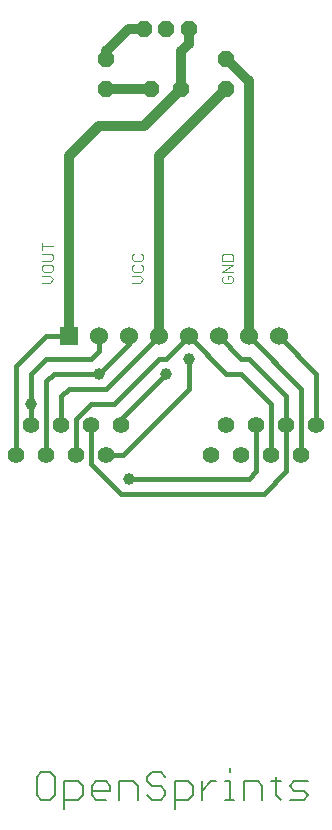
<source format=gtl>
G75*
G70*
%OFA0B0*%
%FSLAX24Y24*%
%IPPOS*%
%LPD*%
%AMOC8*
5,1,8,0,0,1.08239X$1,22.5*
%
%ADD10C,0.0080*%
%ADD11C,0.0030*%
%ADD12OC8,0.0520*%
%ADD13C,0.0550*%
%ADD14OC8,0.0554*%
%ADD15R,0.0600X0.0600*%
%ADD16C,0.0600*%
%ADD17C,0.0160*%
%ADD18C,0.0396*%
%ADD19C,0.0320*%
D10*
X003634Y005721D02*
X003481Y005875D01*
X003481Y006489D01*
X003634Y006642D01*
X003941Y006642D01*
X004095Y006489D01*
X004095Y005875D01*
X003941Y005721D01*
X003634Y005721D01*
X004402Y005721D02*
X004862Y005721D01*
X005015Y005875D01*
X005015Y006182D01*
X004862Y006335D01*
X004402Y006335D01*
X004402Y005415D01*
X005322Y005875D02*
X005322Y006182D01*
X005476Y006335D01*
X005783Y006335D01*
X005936Y006182D01*
X005936Y006028D01*
X005322Y006028D01*
X005322Y005875D02*
X005476Y005721D01*
X005783Y005721D01*
X006243Y005721D02*
X006243Y006335D01*
X006703Y006335D01*
X006857Y006182D01*
X006857Y005721D01*
X007164Y005875D02*
X007317Y005721D01*
X007624Y005721D01*
X007778Y005875D01*
X007778Y006028D01*
X007624Y006182D01*
X007317Y006182D01*
X007164Y006335D01*
X007164Y006489D01*
X007317Y006642D01*
X007624Y006642D01*
X007778Y006489D01*
X008085Y006335D02*
X008545Y006335D01*
X008698Y006182D01*
X008698Y005875D01*
X008545Y005721D01*
X008085Y005721D01*
X008085Y005415D02*
X008085Y006335D01*
X009005Y006335D02*
X009005Y005721D01*
X009005Y006028D02*
X009312Y006335D01*
X009466Y006335D01*
X009773Y006335D02*
X009926Y006335D01*
X009926Y005721D01*
X009773Y005721D02*
X010079Y005721D01*
X010386Y005721D02*
X010386Y006335D01*
X010847Y006335D01*
X011000Y006182D01*
X011000Y005721D01*
X011307Y006335D02*
X011614Y006335D01*
X011461Y006489D02*
X011461Y005875D01*
X011614Y005721D01*
X011921Y005721D02*
X012381Y005721D01*
X012535Y005875D01*
X012381Y006028D01*
X012074Y006028D01*
X011921Y006182D01*
X012074Y006335D01*
X012535Y006335D01*
X009926Y006642D02*
X009926Y006796D01*
D11*
X009975Y022946D02*
X009729Y022946D01*
X009667Y023008D01*
X009667Y023132D01*
X009729Y023193D01*
X009852Y023193D02*
X009852Y023070D01*
X009852Y023193D02*
X009975Y023193D01*
X010037Y023132D01*
X010037Y023008D01*
X009975Y022946D01*
X010037Y023315D02*
X009667Y023315D01*
X010037Y023562D01*
X009667Y023562D01*
X009667Y023683D02*
X009667Y023868D01*
X009729Y023930D01*
X009975Y023930D01*
X010037Y023868D01*
X010037Y023683D01*
X009667Y023683D01*
X007037Y023745D02*
X007037Y023868D01*
X006975Y023930D01*
X007037Y023745D02*
X006975Y023683D01*
X006729Y023683D01*
X006667Y023745D01*
X006667Y023868D01*
X006729Y023930D01*
X006729Y023562D02*
X006667Y023500D01*
X006667Y023376D01*
X006729Y023315D01*
X006975Y023315D01*
X007037Y023376D01*
X007037Y023500D01*
X006975Y023562D01*
X006914Y023193D02*
X006667Y023193D01*
X006667Y022946D02*
X006914Y022946D01*
X007037Y023070D01*
X006914Y023193D01*
X004037Y023070D02*
X003914Y023193D01*
X003667Y023193D01*
X003729Y023315D02*
X003975Y023315D01*
X004037Y023376D01*
X004037Y023500D01*
X003975Y023562D01*
X003729Y023562D01*
X003667Y023500D01*
X003667Y023376D01*
X003729Y023315D01*
X003667Y023683D02*
X003975Y023683D01*
X004037Y023745D01*
X004037Y023868D01*
X003975Y023930D01*
X003667Y023930D01*
X003667Y024051D02*
X003667Y024298D01*
X003667Y024175D02*
X004037Y024175D01*
X004037Y023070D02*
X003914Y022946D01*
X003667Y022946D01*
D12*
X005802Y029431D03*
X005802Y030431D03*
X007302Y029431D03*
X008302Y029431D03*
X009802Y029431D03*
X009802Y030431D03*
D13*
X009802Y018231D03*
X010302Y017231D03*
X010802Y018231D03*
X011302Y017231D03*
X011802Y018231D03*
X012302Y017231D03*
X012802Y018231D03*
X009302Y017231D03*
X006302Y018231D03*
X005802Y017231D03*
X005302Y018231D03*
X004802Y017231D03*
X004302Y018231D03*
X003802Y017231D03*
X003302Y018231D03*
X002802Y017231D03*
D14*
X007052Y031431D03*
X007802Y031431D03*
X008552Y031431D03*
D15*
X004552Y021181D03*
D16*
X005552Y021181D03*
X006552Y021181D03*
X007552Y021181D03*
X008552Y021181D03*
X009552Y021181D03*
X010552Y021181D03*
X011552Y021181D03*
D17*
X012802Y019931D01*
X012802Y018231D01*
X012302Y017231D02*
X012302Y019431D01*
X010552Y021181D01*
X010552Y020431D02*
X010302Y020431D01*
X009552Y021181D01*
X008552Y021181D02*
X009802Y019931D01*
X010302Y019931D01*
X011302Y018931D01*
X011302Y017231D01*
X011802Y016681D02*
X011052Y015931D01*
X006302Y015931D01*
X005302Y016931D01*
X005302Y018231D01*
X004802Y018431D02*
X005302Y018931D01*
X006052Y018931D01*
X007552Y020431D01*
X007802Y020431D01*
X008552Y021181D01*
X008552Y020431D02*
X008552Y019431D01*
X006352Y017231D01*
X005802Y017231D01*
X006302Y018231D02*
X006302Y018431D01*
X007802Y019931D01*
X007552Y021181D02*
X005802Y019431D01*
X004552Y019431D01*
X004302Y019181D01*
X004302Y018231D01*
X004802Y018431D02*
X004802Y017231D01*
X003802Y017231D02*
X003802Y019681D01*
X004052Y019931D01*
X005552Y019931D01*
X006552Y020931D01*
X006552Y021181D01*
X005552Y021181D02*
X005552Y020681D01*
X005302Y020431D01*
X003802Y020431D01*
X003302Y019931D01*
X003302Y018931D01*
X003302Y018231D01*
X002802Y017231D02*
X002802Y020181D01*
X003802Y021181D01*
X004552Y021181D01*
X006552Y016431D02*
X010552Y016431D01*
X010802Y016681D01*
X010802Y018231D01*
X011802Y018231D02*
X011802Y016681D01*
X011802Y018231D02*
X011802Y019181D01*
X010552Y020431D01*
D18*
X008552Y020431D03*
X007802Y019931D03*
X006552Y016431D03*
X005552Y019931D03*
X003302Y018931D03*
D19*
X004552Y021181D02*
X004552Y027181D01*
X005552Y028181D01*
X007052Y028181D01*
X008302Y029431D01*
X008302Y030681D01*
X008552Y030931D01*
X008552Y031431D01*
X009802Y030431D02*
X010552Y029681D01*
X010552Y021181D01*
X007552Y021181D02*
X007552Y027181D01*
X009802Y029431D01*
X007302Y029431D02*
X005802Y029431D01*
X005802Y030431D02*
X005802Y030681D01*
X006552Y031431D01*
X007052Y031431D01*
M02*

</source>
